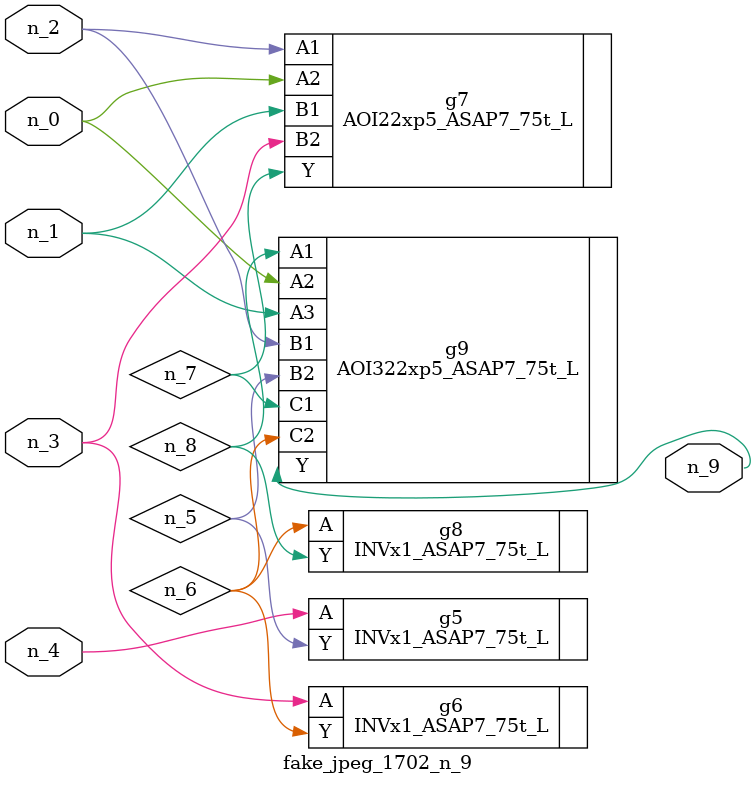
<source format=v>
module fake_jpeg_1702_n_9 (n_3, n_2, n_1, n_0, n_4, n_9);

input n_3;
input n_2;
input n_1;
input n_0;
input n_4;

output n_9;

wire n_8;
wire n_6;
wire n_5;
wire n_7;

INVx1_ASAP7_75t_L g5 ( 
.A(n_4),
.Y(n_5)
);

INVx1_ASAP7_75t_L g6 ( 
.A(n_3),
.Y(n_6)
);

AOI22xp5_ASAP7_75t_L g7 ( 
.A1(n_2),
.A2(n_0),
.B1(n_1),
.B2(n_3),
.Y(n_7)
);

INVx1_ASAP7_75t_L g8 ( 
.A(n_6),
.Y(n_8)
);

AOI322xp5_ASAP7_75t_L g9 ( 
.A1(n_8),
.A2(n_0),
.A3(n_1),
.B1(n_2),
.B2(n_5),
.C1(n_7),
.C2(n_6),
.Y(n_9)
);


endmodule
</source>
